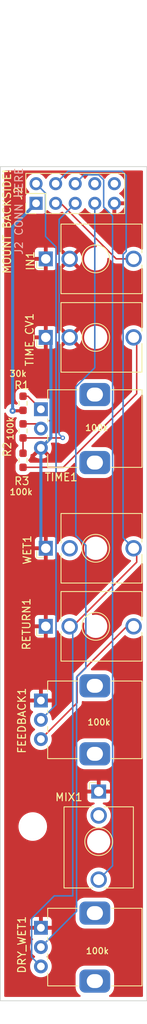
<source format=kicad_pcb>
(kicad_pcb (version 20240108) (generator "pcbnew") (generator_version "8.0")
  (layers (0 "F.Cu" signal) (31 "B.Cu" signal) (34 "B.Paste" user) (35 "F.Paste" user) (36 "B.SilkS" user "B.Silkscreen") (37 "F.SilkS" user "F.Silkscreen") (38 "B.Mask" user) (39 "F.Mask" user) (44 "Edge.Cuts" user))
  (net 0 "")
  (net 1 "/SCALED_WET")
  (net 2 "/TIME")
  (net 3 "-12V")
  (net 4 "/UNBUFFERED_RETURN")
  (net 5 "/BUFFERED_WET")
  (net 6 "/MIX")
  (net 7 "/IN")
  (net 8 "GND")
  (net 12 "Net-(FEEDBACK1-Pad3)")
  (net 13 "+5V")
  (net 14 "Net-(R2-Pad1)")
  (net 15 "Net-(R1-Pad2)")
  (net 16 "Net-(R3-Pad2)")
  (footprint "MountingHole:MountingHole_3.2mm_M3" (layer "F.Cu") (at 122.7125 129)
    (property "Reference" "REF**" (hide yes))
    (property "Value" "MountingHole_3.2mm_M3" (hide yes))
    (pad "" np_thru_hole circle (at 0 0) (size 3.2 3.2) (drill 3.2) (layers "*.Cu" "*.Mask"))
  )
  (footprint "Resistor_SMD:R_0603_1608Metric_Pad0.98x0.95mm_HandSolder" (layer "F.Cu") (at 121.45 81.6025 -90)
    (property "Reference" "R3" (at 2.6975 0.15 180) (layer "F.SilkS"))
    (property "Value" "100k" (at 4.0975 0.25 180) (layer "F.SilkS") (effects (font (size 0.8 0.8))))
    (fp_line (start -0.254724 0.5225) (end 0.254724 0.5225) (stroke (width 0.12)) (layer "F.SilkS"))
    (fp_line (start -0.254724 -0.5225) (end 0.254724 -0.5225) (stroke (width 0.12)) (layer "F.SilkS"))
    (pad "1" smd roundrect (at -0.9125 0 270) (size 0.975 0.95) (layers "F.Cu" "F.Paste" "F.Mask") (net 2 "/TIME"))
    (pad "2" smd roundrect (at 0.9125 0 270) (size 0.975 0.95) (layers "F.Cu" "F.Paste" "F.Mask") (net 16 "Net-(R3-Pad2)"))
  )
  (footprint "Resistor_SMD:R_0603_1608Metric_Pad0.98x0.95mm_HandSolder" (layer "F.Cu") (at 121.45 77.8025 -90)
    (property "Reference" "R2" (at 2.3975 2.05 90) (layer "F.SilkS"))
    (property "Value" "100k" (at -0.3025 1.65 90) (layer "F.SilkS") (effects (font (size 0.8 0.8))))
    (fp_line (start -0.254724 0.5225) (end 0.254724 0.5225) (stroke (width 0.12)) (layer "F.SilkS"))
    (fp_line (start -0.254724 -0.5225) (end 0.254724 -0.5225) (stroke (width 0.12)) (layer "F.SilkS"))
    (pad "1" smd roundrect (at -0.9125 0 270) (size 0.975 0.95) (layers "F.Cu" "F.Paste" "F.Mask") (net 14 "Net-(R2-Pad1)"))
    (pad "2" smd roundrect (at 0.9125 0 270) (size 0.975 0.95) (layers "F.Cu" "F.Paste" "F.Mask") (net 2 "/TIME"))
  )
  (footprint "Potentiometer_THT:Potentiometer_Alps_RK09K_Single_Vertical" (layer "F.Cu") (at 123.77 75)
    (property "Reference" "TIME1" (at 2.63 8.8 0) (layer "F.SilkS"))
    (property "Value" "100k" (at 7.23 2.4 0) (layer "F.SilkS") (effects (font (size 0.8 0.8))))
    (fp_line (start 0.88 -2.521) (end 0.88 -1.2) (stroke (width 0.12)) (layer "F.SilkS"))
    (fp_line (start 0.88 -2.521) (end 4.817 -2.521) (stroke (width 0.12)) (layer "F.SilkS"))
    (fp_line (start 0.88 1.25) (end 0.88 1.63) (stroke (width 0.12)) (layer "F.SilkS"))
    (fp_line (start 0.88 3.371) (end 0.88 4.13) (stroke (width 0.12)) (layer "F.SilkS"))
    (fp_line (start 0.88 5.87) (end 0.88 7.52) (stroke (width 0.12)) (layer "F.SilkS"))
    (fp_line (start 0.88 7.52) (end 4.817 7.52) (stroke (width 0.12)) (layer "F.SilkS"))
    (fp_line (start 9.184 -2.521) (end 13.12 -2.521) (stroke (width 0.12)) (layer "F.SilkS"))
    (fp_line (start 9.184 7.52) (end 13.12 7.52) (stroke (width 0.12)) (layer "F.SilkS"))
    (fp_line (start 13.12 -2.521) (end 13.12 7.52) (stroke (width 0.12)) (layer "F.SilkS"))
    (pad "1" thru_hole rect (at 0 0) (size 1.8 1.8) (drill 1) (layers "*.Cu" "*.Mask") (net 15 "Net-(R1-Pad2)"))
    (pad "2" thru_hole circle (at 0 2.5) (size 1.8 1.8) (drill 1) (layers "*.Cu" "*.Mask") (net 14 "Net-(R2-Pad1)"))
    (pad "3" thru_hole circle (at 0 5) (size 1.8 1.8) (drill 1) (layers "*.Cu" "*.Mask") (net 8 "GND"))
    (pad "MP" thru_hole roundrect (at 7 -1.9) (size 4 3) (drill oval 2.1 1.8) (layers "*.Cu" "*.Mask"))
    (pad "MP" thru_hole roundrect (at 7 6.9) (size 4 3) (drill oval 2.1 1.8) (layers "*.Cu" "*.Mask"))
  )
  (footprint "Connector_Audio:Jack_3.5mm_QingPu_WQP-PJ398SM_Vertical_CircularHoles" (layer "F.Cu") (at 124.4 55.54 90)
    (property "Reference" "IN1" (at -0.26 -2 90) (layer "F.SilkS"))
    (property "Value" "AudioJack2_SwitchT")
    (fp_line (start -1.23 -1.17) (end -0.37 -1.17) (stroke (width 0.12)) (layer "F.SilkS"))
    (fp_line (start -1.23 -1.17) (end -1.23 -0.37) (stroke (width 0.12)) (layer "F.SilkS"))
    (fp_line (start 4.5 1.98) (end 0.72 1.98) (stroke (width 0.12)) (layer "F.SilkS"))
    (fp_line (start 4.5 1.98) (end 4.5 12.48) (stroke (width 0.12)) (layer "F.SilkS"))
    (fp_line (start -0.72 1.98) (end -4.5 1.98) (stroke (width 0.12)) (layer "F.SilkS"))
    (fp_line (start -4.5 1.98) (end -4.5 12.48) (stroke (width 0.12)) (layer "F.SilkS"))
    (fp_line (start 4.5 12.48) (end 0.8 12.48) (stroke (width 0.12)) (layer "F.SilkS"))
    (fp_line (start -0.8 12.48) (end -4.5 12.48) (stroke (width 0.12)) (layer "F.SilkS"))
    (fp_circle (center 0 6.48) (end 1.8 6.48) (stroke (width 0.12)) (fill none) (layer "F.SilkS"))
    (pad "S" thru_hole rect (at 0 0 270) (size 1.93 1.83) (drill 1.22) (layers "*.Cu" "*.Mask") (net 8 "GND"))
    (pad "T" thru_hole circle (at 0 11.4 270) (size 2.13 2.13) (drill 1.43) (layers "*.Cu" "*.Mask") (net 7 "/IN"))
    (pad "TN" thru_hole circle (at 0 3.1 270) (size 2.13 2.13) (drill 1.42) (layers "*.Cu" "*.Mask") (net 8 "GND"))
    (zone (net 0) (net_name "") (layer "F.Cu") (connect_pads (clearance 0)) (min_thickness 0.254)
      (keepout (tracks not_allowed) (vias not_allowed) (pads not_allowed) (copperpour not_allowed) (footprints not_allowed))
      (fill (thermal_gap 0.508) (thermal_bridge_width 0.508))
      (polygon (pts (xy 130.88 54.034859) (xy 130.634171 54.05507) (xy 130.394945 54.115159) (xy 130.168744 54.213514) (xy 129.961645 54.347492) (xy 129.77921 54.513496) (xy 129.626336 54.707068) (xy 129.507131 54.923008) (xy 129.424794 55.155518) (xy 129.381539 55.398354) (xy 129.378525 55.644993) (xy 129.415835 55.888813) (xy 129.492466 56.123266) (xy 129.60636 56.342054) (xy 129.754458 56.539303) (xy 129.932784 56.709714) (xy 130.136548 56.848712) (xy 130.360278 56.952564) (xy 130.597965 57.018481) (xy 130.843226 57.044692) (xy 131.089475 57.030493) (xy 131.330099 56.976266) (xy 131.558634 56.883468) (xy 131.768945 56.754589) (xy 131.955382 56.593092) (xy 132.112939 56.403313) (xy 132.237385 56.19035) (xy 132.325377 55.959921) (xy 132.374553 55.718215) (xy 132.383592 55.471722) (xy 132.35225 55.227064) (xy 132.28137 54.990809) (xy 132.172856 54.769303) (xy 132.029621 54.568495) (xy 131.855512 54.393777) (xy 131.655205 54.249842) (xy 131.434079 54.140555) (xy 131.198074 54.068851) (xy 130.953526 54.036656)))
    )
  )
  (footprint "Connector_Audio:Jack_3.5mm_QingPu_WQP-PJ398SM_Vertical_CircularHoles" (layer "F.Cu") (at 124.4 103.09 90)
    (property "Reference" "RETURN1" (at 0.29 -2.5 90) (layer "F.SilkS"))
    (property "Value" "AudioJack2_SwitchT")
    (fp_line (start -1.23 -1.17) (end -0.37 -1.17) (stroke (width 0.12)) (layer "F.SilkS"))
    (fp_line (start -1.23 -1.17) (end -1.23 -0.37) (stroke (width 0.12)) (layer "F.SilkS"))
    (fp_line (start 4.5 1.98) (end 0.72 1.98) (stroke (width 0.12)) (layer "F.SilkS"))
    (fp_line (start 4.5 1.98) (end 4.5 12.48) (stroke (width 0.12)) (layer "F.SilkS"))
    (fp_line (start -0.72 1.98) (end -4.5 1.98) (stroke (width 0.12)) (layer "F.SilkS"))
    (fp_line (start -4.5 1.98) (end -4.5 12.48) (stroke (width 0.12)) (layer "F.SilkS"))
    (fp_line (start 4.5 12.48) (end 0.8 12.48) (stroke (width 0.12)) (layer "F.SilkS"))
    (fp_line (start -0.8 12.48) (end -4.5 12.48) (stroke (width 0.12)) (layer "F.SilkS"))
    (fp_circle (center 0 6.48) (end 1.8 6.48) (stroke (width 0.12)) (fill none) (layer "F.SilkS"))
    (pad "S" thru_hole rect (at 0 0 270) (size 1.93 1.83) (drill 1.22) (layers "*.Cu" "*.Mask") (net 8 "GND"))
    (pad "T" thru_hole circle (at 0 11.4 270) (size 2.13 2.13) (drill 1.43) (layers "*.Cu" "*.Mask") (net 12 "Net-(FEEDBACK1-Pad3)"))
    (pad "TN" thru_hole circle (at 0 3.1 270) (size 2.13 2.13) (drill 1.42) (layers "*.Cu" "*.Mask") (net 5 "/BUFFERED_WET"))
    (zone (net 0) (net_name "") (layer "F.Cu") (connect_pads (clearance 0)) (min_thickness 0.254)
      (keepout (tracks not_allowed) (vias not_allowed) (pads not_allowed) (copperpour not_allowed) (footprints not_allowed))
      (fill (thermal_gap 0.508) (thermal_bridge_width 0.508))
      (polygon (pts (xy 130.88 101.584859) (xy 130.634171 101.60507) (xy 130.394945 101.665159) (xy 130.168744 101.763514) (xy 129.961645 101.897492) (xy 129.77921 102.063496) (xy 129.626336 102.257068) (xy 129.507131 102.473008) (xy 129.424794 102.705518) (xy 129.381539 102.948354) (xy 129.378525 103.194993) (xy 129.415835 103.438813) (xy 129.492466 103.673266) (xy 129.60636 103.892054) (xy 129.754458 104.089303) (xy 129.932784 104.259714) (xy 130.136548 104.398712) (xy 130.360278 104.502564) (xy 130.597965 104.568481) (xy 130.843226 104.594692) (xy 131.089475 104.580493) (xy 131.330099 104.526266) (xy 131.558634 104.433468) (xy 131.768945 104.304589) (xy 131.955382 104.143092) (xy 132.112939 103.953313) (xy 132.237385 103.74035) (xy 132.325377 103.509921) (xy 132.374553 103.268215) (xy 132.383592 103.021722) (xy 132.35225 102.777064) (xy 132.28137 102.540809) (xy 132.172856 102.319303) (xy 132.029621 102.118495) (xy 131.855512 101.943777) (xy 131.655205 101.799842) (xy 131.434079 101.690555) (xy 131.198074 101.618851) (xy 130.953526 101.586656)))
    )
  )
  (footprint "Connector_Audio:Jack_3.5mm_QingPu_WQP-PJ398SM_Vertical_CircularHoles" (layer "F.Cu") (at 131.27 124.47)
    (property "Reference" "MIX1" (at -3.87 0.73 180) (layer "F.SilkS"))
    (property "Value" "AudioJack2_SwitchT" (hide yes))
    (fp_line (start -4.5 1.98) (end -4.5 12.48) (stroke (width 0.12)) (layer "F.SilkS"))
    (fp_line (start -1.23 -1.17) (end -1.23 -0.37) (stroke (width 0.12)) (layer "F.SilkS"))
    (fp_line (start -1.23 -1.17) (end -0.37 -1.17) (stroke (width 0.12)) (layer "F.SilkS"))
    (fp_line (start -0.8 12.48) (end -4.5 12.48) (stroke (width 0.12)) (layer "F.SilkS"))
    (fp_line (start -0.72 1.98) (end -4.5 1.98) (stroke (width 0.12)) (layer "F.SilkS"))
    (fp_line (start 4.5 1.98) (end 0.72 1.98) (stroke (width 0.12)) (layer "F.SilkS"))
    (fp_line (start 4.5 1.98) (end 4.5 12.48) (stroke (width 0.12)) (layer "F.SilkS"))
    (fp_line (start 4.5 12.48) (end 0.8 12.48) (stroke (width 0.12)) (layer "F.SilkS"))
    (fp_circle (center 0 6.48) (end 1.8 6.48) (stroke (width 0.12)) (fill none) (layer "F.SilkS"))
    (pad "S" thru_hole rect (at 0 0 180) (size 1.93 1.83) (drill 1.22) (layers "*.Cu" "*.Mask") (net 8 "GND"))
    (pad "T" thru_hole circle (at 0 11.4 180) (size 2.13 2.13) (drill 1.43) (layers "*.Cu" "*.Mask") (net 6 "/MIX"))
    (pad "TN" thru_hole circle (at 0 3.1 180) (size 2.13 2.13) (drill 1.42) (layers "*.Cu" "*.Mask"))
    (zone (net 0) (net_name "") (layer "F.Cu") (connect_pads (clearance 0)) (min_thickness 0.254)
      (keepout (tracks not_allowed) (vias not_allowed) (pads not_allowed) (copperpour not_allowed) (footprints not_allowed))
      (fill (thermal_gap 0.508) (thermal_bridge_width 0.508))
      (polygon (pts (xy 132.775141 130.95) (xy 132.75493 130.704171) (xy 132.694841 130.464945) (xy 132.596486 130.238744) (xy 132.462508 130.031645) (xy 132.296504 129.84921) (xy 132.102932 129.696336) (xy 131.886992 129.577131) (xy 131.654482 129.494794) (xy 131.411646 129.451539) (xy 131.165007 129.448525) (xy 130.921187 129.485835) (xy 130.686734 129.562466) (xy 130.467946 129.67636) (xy 130.270697 129.824458) (xy 130.100286 130.002784) (xy 129.961288 130.206548) (xy 129.857436 130.430278) (xy 129.791519 130.667965) (xy 129.765308 130.913226) (xy 129.779507 131.159475) (xy 129.833734 131.400099) (xy 129.926532 131.628634) (xy 130.055411 131.838945) (xy 130.216908 132.025382) (xy 130.406687 132.182939) (xy 130.61965 132.307385) (xy 130.850079 132.395377) (xy 131.091785 132.444553) (xy 131.338278 132.453592) (xy 131.582936 132.42225) (xy 131.819191 132.35137) (xy 132.040697 132.242856) (xy 132.241505 132.099621) (xy 132.416223 131.925512) (xy 132.560158 131.725205) (xy 132.669445 131.504079) (xy 132.741149 131.268074) (xy 132.773344 131.023526)))
    )
  )
  (footprint "Connector_PinHeader_2.54mm:PinHeader_2x05_P2.54mm_Vertical" (layer "F.Cu") (at 123.1425 48.35 90)
    (property "Reference" "J2" (at 1.27 -2.33 90) (layer "F.SilkS"))
    (property "Value" "Conn_02x05_Odd_Even")
    (fp_line (start 3.87 -1.33) (end 3.87 11.49) (stroke (width 0.12)) (layer "F.SilkS"))
    (fp_line (start 1.27 -1.33) (end 3.87 -1.33) (stroke (width 0.12)) (layer "F.SilkS"))
    (fp_line (start -1.33 -1.33) (end 0 -1.33) (stroke (width 0.12)) (layer "F.SilkS"))
    (fp_line (start -1.33 0) (end -1.33 -1.33) (stroke (width 0.12)) (layer "F.SilkS"))
    (fp_line (start 1.27 1.27) (end 1.27 -1.33) (stroke (width 0.12)) (layer "F.SilkS"))
    (fp_line (start -1.33 1.27) (end 1.27 1.27) (stroke (width 0.12)) (layer "F.SilkS"))
    (fp_line (start -1.33 1.27) (end -1.33 11.49) (stroke (width 0.12)) (layer "F.SilkS"))
    (fp_line (start -1.33 11.49) (end 3.87 11.49) (stroke (width 0.12)) (layer "F.SilkS"))
    (pad "1" thru_hole rect (at 0 0 90) (size 1.7 1.7) (drill 1) (layers "*.Cu" "*.Mask") (net 13 "+5V"))
    (pad "2" thru_hole oval (at 2.54 0 90) (size 1.7 1.7) (drill 1) (layers "*.Cu" "*.Mask") (net 4 "/UNBUFFERED_RETURN"))
    (pad "3" thru_hole oval (at 0 2.54 90) (size 1.7 1.7) (drill 1) (layers "*.Cu" "*.Mask") (net 7 "/IN"))
    (pad "4" thru_hole oval (at 2.54 2.54 90) (size 1.7 1.7) (drill 1) (layers "*.Cu" "*.Mask") (net 5 "/BUFFERED_WET"))
    (pad "5" thru_hole oval (at 0 5.08 90) (size 1.7 1.7) (drill 1) (layers "*.Cu" "*.Mask") (net 2 "/TIME"))
    (pad "6" thru_hole oval (at 2.54 5.08 90) (size 1.7 1.7) (drill 1) (layers "*.Cu" "*.Mask") (net 6 "/MIX"))
    (pad "7" thru_hole oval (at 0 7.62 90) (size 1.7 1.7) (drill 1) (layers "*.Cu" "*.Mask") (net 1 "/SCALED_WET"))
    (pad "8" thru_hole oval (at 2.54 7.62 90) (size 1.7 1.7) (drill 1) (layers "*.Cu" "*.Mask"))
    (pad "9" thru_hole oval (at 0 10.16 90) (size 1.7 1.7) (drill 1) (layers "*.Cu" "*.Mask") (net 8 "GND"))
    (pad "10" thru_hole oval (at 2.54 10.16 90) (size 1.7 1.7) (drill 1) (layers "*.Cu" "*.Mask") (net 3 "-12V"))
  )
  (footprint "Resistor_SMD:R_0603_1608Metric_Pad0.98x0.95mm_HandSolder" (layer "F.Cu") (at 121.45 74.2275 90)
    (property "Reference" "R1" (at 2.3275 -0.15 180) (layer "F.SilkS"))
    (property "Value" "30k" (at 3.8275 -0.65 180) (layer "F.SilkS") (effects (font (size 0.8 0.8))))
    (fp_line (start -0.254724 -0.5225) (end 0.254724 -0.5225) (stroke (width 0.12)) (layer "F.SilkS"))
    (fp_line (start -0.254724 0.5225) (end 0.254724 0.5225) (stroke (width 0.12)) (layer "F.SilkS"))
    (pad "1" smd roundrect (at -0.9125 0 90) (size 0.975 0.95) (layers "F.Cu" "F.Paste" "F.Mask") (net 13 "+5V"))
    (pad "2" smd roundrect (at 0.9125 0 90) (size 0.975 0.95) (layers "F.Cu" "F.Paste" "F.Mask") (net 15 "Net-(R1-Pad2)"))
  )
  (footprint "Connector_Audio:Jack_3.5mm_QingPu_WQP-PJ398SM_Vertical_CircularHoles" (layer "F.Cu") (at 124.4 92.99 90)
    (property "Reference" "WET1" (at -0.21 -2.4 90) (layer "F.SilkS"))
    (property "Value" "AudioJack2_SwitchT")
    (fp_line (start -1.23 -1.17) (end -0.37 -1.17) (stroke (width 0.12)) (layer "F.SilkS"))
    (fp_line (start -1.23 -1.17) (end -1.23 -0.37) (stroke (width 0.12)) (layer "F.SilkS"))
    (fp_line (start 4.5 1.98) (end 0.72 1.98) (stroke (width 0.12)) (layer "F.SilkS"))
    (fp_line (start 4.5 1.98) (end 4.5 12.48) (stroke (width 0.12)) (layer "F.SilkS"))
    (fp_line (start -0.72 1.98) (end -4.5 1.98) (stroke (width 0.12)) (layer "F.SilkS"))
    (fp_line (start -4.5 1.98) (end -4.5 12.48) (stroke (width 0.12)) (layer "F.SilkS"))
    (fp_line (start 4.5 12.48) (end 0.8 12.48) (stroke (width 0.12)) (layer "F.SilkS"))
    (fp_line (start -0.8 12.48) (end -4.5 12.48) (stroke (width 0.12)) (layer "F.SilkS"))
    (fp_circle (center 0 6.48) (end 1.8 6.48) (stroke (width 0.12)) (fill none) (layer "F.SilkS"))
    (pad "S" thru_hole rect (at 0 0 270) (size 1.93 1.83) (drill 1.22) (layers "*.Cu" "*.Mask") (net 8 "GND"))
    (pad "T" thru_hole circle (at 0 11.4 270) (size 2.13 2.13) (drill 1.43) (layers "*.Cu" "*.Mask") (net 5 "/BUFFERED_WET"))
    (pad "TN" thru_hole circle (at 0 3.1 270) (size 2.13 2.13) (drill 1.42) (layers "*.Cu" "*.Mask"))
    (zone (net 0) (net_name "") (layer "F.Cu") (connect_pads (clearance 0)) (min_thickness 0.254)
      (keepout (tracks not_allowed) (vias not_allowed) (pads not_allowed) (copperpour not_allowed) (footprints not_allowed))
      (fill (thermal_gap 0.508) (thermal_bridge_width 0.508))
      (polygon (pts (xy 130.88 91.484859) (xy 130.634171 91.50507) (xy 130.394945 91.565159) (xy 130.168744 91.663514) (xy 129.961645 91.797492) (xy 129.77921 91.963496) (xy 129.626336 92.157068) (xy 129.507131 92.373008) (xy 129.424794 92.605518) (xy 129.381539 92.848354) (xy 129.378525 93.094993) (xy 129.415835 93.338813) (xy 129.492466 93.573266) (xy 129.60636 93.792054) (xy 129.754458 93.989303) (xy 129.932784 94.159714) (xy 130.136548 94.298712) (xy 130.360278 94.402564) (xy 130.597965 94.468481) (xy 130.843226 94.494692) (xy 131.089475 94.480493) (xy 131.330099 94.426266) (xy 131.558634 94.333468) (xy 131.768945 94.204589) (xy 131.955382 94.043092) (xy 132.112939 93.853313) (xy 132.237385 93.64035) (xy 132.325377 93.409921) (xy 132.374553 93.168215) (xy 132.383592 92.921722) (xy 132.35225 92.677064) (xy 132.28137 92.440809) (xy 132.172856 92.219303) (xy 132.029621 92.018495) (xy 131.855512 91.843777) (xy 131.655205 91.699842) (xy 131.434079 91.590555) (xy 131.198074 91.518851) (xy 130.953526 91.486656)))
    )
  )
  (footprint "Potentiometer_THT:Potentiometer_Alps_RK09K_Single_Vertical" (layer "F.Cu") (at 123.77 142.1)
    (property "Reference" "DRY_WET1" (at -2.47 2.2 90) (layer "F.SilkS"))
    (property "Value" "100k" (at 7.33 3 0) (layer "F.SilkS") (effects (font (size 0.8 0.8))))
    (fp_line (start 0.88 -2.521) (end 0.88 -1.2) (stroke (width 0.12)) (layer "F.SilkS"))
    (fp_line (start 0.88 -2.521) (end 4.817 -2.521) (stroke (width 0.12)) (layer "F.SilkS"))
    (fp_line (start 0.88 1.25) (end 0.88 1.63) (stroke (width 0.12)) (layer "F.SilkS"))
    (fp_line (start 0.88 3.371) (end 0.88 4.13) (stroke (width 0.12)) (layer "F.SilkS"))
    (fp_line (start 0.88 5.87) (end 0.88 7.52) (stroke (width 0.12)) (layer "F.SilkS"))
    (fp_line (start 0.88 7.52) (end 4.817 7.52) (stroke (width 0.12)) (layer "F.SilkS"))
    (fp_line (start 9.184 -2.521) (end 13.12 -2.521) (stroke (width 0.12)) (layer "F.SilkS"))
    (fp_line (start 9.184 7.52) (end 13.12 7.52) (stroke (width 0.12)) (layer "F.SilkS"))
    (fp_line (start 13.12 -2.521) (end 13.12 7.52) (stroke (width 0.12)) (layer "F.SilkS"))
    (pad "1" thru_hole rect (at 0 0) (size 1.8 1.8) (drill 1) (layers "*.Cu" "*.Mask") (net 8 "GND"))
    (pad "2" thru_hole circle (at 0 2.5) (size 1.8 1.8) (drill 1) (layers "*.Cu" "*.Mask") (net 1 "/SCALED_WET"))
    (pad "3" thru_hole circle (at 0 5) (size 1.8 1.8) (drill 1) (layers "*.Cu" "*.Mask") (net 5 "/BUFFERED_WET"))
    (pad "MP" thru_hole roundrect (at 7 -1.9) (size 4 3) (drill oval 2.1 1.8) (layers "*.Cu" "*.Mask"))
    (pad "MP" thru_hole roundrect (at 7 6.9) (size 4 3) (drill oval 2.1 1.8) (layers "*.Cu" "*.Mask"))
  )
  (footprint "Potentiometer_THT:Potentiometer_Alps_RK09K_Single_Vertical" (layer "F.Cu") (at 123.77 112.69)
    (property "Reference" "FEEDBACK1" (at -2.47 2.61 90) (layer "F.SilkS"))
    (property "Value" "100k" (at 7.53 2.81 0) (layer "F.SilkS") (effects (font (size 0.8 0.8))))
    (fp_line (start 0.88 -2.521) (end 0.88 -1.2) (stroke (width 0.12)) (layer "F.SilkS"))
    (fp_line (start 0.88 -2.521) (end 4.817 -2.521) (stroke (width 0.12)) (layer "F.SilkS"))
    (fp_line (start 0.88 1.25) (end 0.88 1.63) (stroke (width 0.12)) (layer "F.SilkS"))
    (fp_line (start 0.88 3.371) (end 0.88 4.13) (stroke (width 0.12)) (layer "F.SilkS"))
    (fp_line (start 0.88 5.87) (end 0.88 7.52) (stroke (width 0.12)) (layer "F.SilkS"))
    (fp_line (start 0.88 7.52) (end 4.817 7.52) (stroke (width 0.12)) (layer "F.SilkS"))
    (fp_line (start 9.184 -2.521) (end 13.12 -2.521) (stroke (width 0.12)) (layer "F.SilkS"))
    (fp_line (start 9.184 7.52) (end 13.12 7.52) (stroke (width 0.12)) (layer "F.SilkS"))
    (fp_line (start 13.12 -2.521) (end 13.12 7.52) (stroke (width 0.12)) (layer "F.SilkS"))
    (pad "1" thru_hole rect (at 0 0) (size 1.8 1.8) (drill 1) (layers "*.Cu" "*.Mask") (net 8 "GND"))
    (pad "2" thru_hole circle (at 0 2.5) (size 1.8 1.8) (drill 1) (layers "*.Cu" "*.Mask") (net 4 "/UNBUFFERED_RETURN"))
    (pad "3" thru_hole circle (at 0 5) (size 1.8 1.8) (drill 1) (layers "*.Cu" "*.Mask") (net 12 "Net-(FEEDBACK1-Pad3)"))
    (pad "MP" thru_hole roundrect (at 7 -1.9) (size 4 3) (drill oval 2.1 1.8) (layers "*.Cu" "*.Mask"))
    (pad "MP" thru_hole roundrect (at 7 6.9) (size 4 3) (drill oval 2.1 1.8) (layers "*.Cu" "*.Mask"))
  )
  (footprint "Connector_Audio:Jack_3.5mm_QingPu_WQP-PJ398SM_Vertical_CircularHoles" (layer "F.Cu") (at 124.4 65.7 90)
    (property "Reference" "TIME_CV1" (at -0.3 -2.1 90) (layer "F.SilkS"))
    (property "Value" "AudioJack2_SwitchT")
    (fp_line (start -1.23 -1.17) (end -0.37 -1.17) (stroke (width 0.12)) (layer "F.SilkS"))
    (fp_line (start -1.23 -1.17) (end -1.23 -0.37) (stroke (width 0.12)) (layer "F.SilkS"))
    (fp_line (start 4.5 1.98) (end 0.72 1.98) (stroke (width 0.12)) (layer "F.SilkS"))
    (fp_line (start 4.5 1.98) (end 4.5 12.48) (stroke (width 0.12)) (layer "F.SilkS"))
    (fp_line (start -0.72 1.98) (end -4.5 1.98) (stroke (width 0.12)) (layer "F.SilkS"))
    (fp_line (start -4.5 1.98) (end -4.5 12.48) (stroke (width 0.12)) (layer "F.SilkS"))
    (fp_line (start 4.5 12.48) (end 0.8 12.48) (stroke (width 0.12)) (layer "F.SilkS"))
    (fp_line (start -0.8 12.48) (end -4.5 12.48) (stroke (width 0.12)) (layer "F.SilkS"))
    (fp_circle (center 0 6.48) (end 1.8 6.48) (stroke (width 0.12)) (fill none) (layer "F.SilkS"))
    (pad "S" thru_hole rect (at 0 0 270) (size 1.93 1.83) (drill 1.22) (layers "*.Cu" "*.Mask") (net 8 "GND"))
    (pad "T" thru_hole circle (at 0 11.4 270) (size 2.13 2.13) (drill 1.43) (layers "*.Cu" "*.Mask") (net 16 "Net-(R3-Pad2)"))
    (pad "TN" thru_hole circle (at 0 3.1 270) (size 2.13 2.13) (drill 1.42) (layers "*.Cu" "*.Mask") (net 8 "GND"))
    (zone (net 0) (net_name "") (layer "F.Cu") (connect_pads (clearance 0)) (min_thickness 0.254)
      (keepout (tracks not_allowed) (vias not_allowed) (pads not_allowed) (copperpour not_allowed) (footprints not_allowed))
      (fill (thermal_gap 0.508) (thermal_bridge_width 0.508))
      (polygon (pts (xy 130.88 64.194859) (xy 130.634171 64.21507) (xy 130.394945 64.275159) (xy 130.168744 64.373514) (xy 129.961645 64.507492) (xy 129.77921 64.673496) (xy 129.626336 64.867068) (xy 129.507131 65.083008) (xy 129.424794 65.315518) (xy 129.381539 65.558354) (xy 129.378525 65.804993) (xy 129.415835 66.048813) (xy 129.492466 66.283266) (xy 129.60636 66.502054) (xy 129.754458 66.699303) (xy 129.932784 66.869714) (xy 130.136548 67.008712) (xy 130.360278 67.112564) (xy 130.597965 67.178481) (xy 130.843226 67.204692) (xy 131.089475 67.190493) (xy 131.330099 67.136266) (xy 131.558634 67.043468) (xy 131.768945 66.914589) (xy 131.955382 66.753092) (xy 132.112939 66.563313) (xy 132.237385 66.35035) (xy 132.325377 66.119921) (xy 132.374553 65.878215) (xy 132.383592 65.631722) (xy 132.35225 65.387064) (xy 132.28137 65.150809) (xy 132.172856 64.929303) (xy 132.029621 64.728495) (xy 131.855512 64.553777) (xy 131.655205 64.409842) (xy 131.434079 64.300555) (xy 131.198074 64.228851) (xy 130.953526 64.196656)))
    )
  )
  (gr_rect (start 118.5125 43.6) (end 137.5125 151.55) (stroke (width 0.1)) (fill none) (layer "Edge.Cuts"))
  (gr_text "J2 CONN HERE" (at 121.5 55.1 90) (layer "B.SilkS") (effects (font (size 1 1)) (justify left bottom)))
  (gr_text "MOUNT BACKSIDE!" (at 119.96 57.56 90) (layer "F.SilkS") (effects (font (size 1 1)) (justify left bottom)))
  (segment (start 128.3 91.3) (end 129.6 92.6) (width 0.2) (layer "B.Cu") (net 1))
  (segment (start 129.6 92.6) (end 129.6 108.475074) (width 0.2) (layer "B.Cu") (net 1))
  (segment (start 128.4 109.675074) (end 128.4 139.97) (width 0.2) (layer "B.Cu") (net 1))
  (segment (start 130.7625 69.622574) (end 128.3 72.085074) (width 0.2) (layer "B.Cu") (net 1))
  (segment (start 128.4 139.97) (end 123.77 144.6) (width 0.2) (layer "B.Cu") (net 1))
  (segment (start 128.3 72.085074) (end 128.3 91.3) (width 0.2) (layer "B.Cu") (net 1))
  (segment (start 130.7625 48.35) (end 130.7625 69.622574) (width 0.2) (layer "B.Cu") (net 1))
  (segment (start 129.6 108.475074) (end 128.4 109.675074) (width 0.2) (layer "B.Cu") (net 1))
  (segment (start 126.585 78.715) (end 121.45 78.715) (width 0.2) (layer "F.Cu") (net 2))
  (segment (start 121.45 78.715) (end 121.45 80.69) (width 0.2) (layer "F.Cu") (net 2))
  (segment (start 126.6 78.7) (end 126.585 78.715) (width 0.2) (layer "F.Cu") (net 2))
  (via (at 126.6 78.7) (size 0.6) (drill 0.3) (layers "F.Cu" "B.Cu") (net 2))
  (segment (start 126.135 78.235) (end 126.6 78.7) (width 0.2) (layer "B.Cu") (net 2))
  (segment (start 128.2225 48.35) (end 126.135 50.4375) (width 0.2) (layer "B.Cu") (net 2))
  (segment (start 126.135 50.4375) (end 126.135 78.235) (width 0.2) (layer "B.Cu") (net 2))
  (segment (start 123.1425 45.81) (end 124.375 47.0425) (width 0.2) (layer "B.Cu") (net 4))
  (segment (start 124.375 52.635) (end 125.735 53.995) (width 0.2) (layer "B.Cu") (net 4))
  (segment (start 125.735 113.225) (end 123.77 115.19) (width 0.2) (layer "B.Cu") (net 4))
  (segment (start 124.375 47.0425) (end 124.375 52.635) (width 0.2) (layer "B.Cu") (net 4))
  (segment (start 125.735 53.995) (end 125.735 113.225) (width 0.2) (layer "B.Cu") (net 4))
  (segment (start 136.2 94.79) (end 136.2 92.99) (width 0.2) (layer "F.Cu") (net 5))
  (segment (start 127.9 103.09) (end 136.2 94.79) (width 0.2) (layer "F.Cu") (net 5))
  (segment (start 134.835 44.735) (end 134.835 54.574598) (width 0.2) (layer "B.Cu") (net 5))
  (segment (start 134.835 44.735) (end 134.3 44.2) (width 0.2) (layer "B.Cu") (net 5))
  (segment (start 134.435 91.625) (end 135.8 92.99) (width 0.2) (layer "B.Cu") (net 5))
  (segment (start 134.835 54.574598) (end 134.435 54.974598) (width 0.2) (layer "B.Cu") (net 5))
  (segment (start 127.2925 44.2) (end 125.6825 45.81) (width 0.2) (layer "B.Cu") (net 5))
  (segment (start 122.57 140.9) (end 122.57 145.9) (width 0.2) (layer "B.Cu") (net 5))
  (segment (start 134.435 54.974598) (end 134.435 91.625) (width 0.2) (layer "B.Cu") (net 5))
  (segment (start 125.5 137.97) (end 122.57 140.9) (width 0.2) (layer "B.Cu") (net 5))
  (segment (start 122.57 145.9) (end 123.77 147.1) (width 0.2) (layer "B.Cu") (net 5))
  (segment (start 134.3 44.2) (end 127.2925 44.2) (width 0.2) (layer "B.Cu") (net 5))
  (segment (start 127.9 137.97) (end 125.5 137.97) (width 0.2) (layer "B.Cu") (net 5))
  (segment (start 127.9 137.97) (end 127.9 103.09) (width 0.2) (layer "B.Cu") (net 5))
  (segment (start 133.07 134.07) (end 133.07 49.983846) (width 0.2) (layer "B.Cu") (net 6))
  (segment (start 131.9125 45.3125) (end 131.26 44.66) (width 0.2) (layer "B.Cu") (net 6))
  (segment (start 129.3725 44.66) (end 128.2225 45.81) (width 0.2) (layer "B.Cu") (net 6))
  (segment (start 131.9125 48.826346) (end 131.9125 45.3125) (width 0.2) (layer "B.Cu") (net 6))
  (segment (start 131.26 44.66) (end 129.3725 44.66) (width 0.2) (layer "B.Cu") (net 6))
  (segment (start 131.27 135.87) (end 133.07 134.07) (width 0.2) (layer "B.Cu") (net 6))
  (segment (start 133.07 49.983846) (end 131.9125 48.826346) (width 0.2) (layer "B.Cu") (net 6))
  (segment (start 133.543156 55.54) (end 136.2 55.54) (width 0.2) (layer "F.Cu") (net 7))
  (segment (start 125.6825 48.35) (end 126.353156 48.35) (width 0.2) (layer "F.Cu") (net 7))
  (segment (start 126.353156 48.35) (end 133.543156 55.54) (width 0.2) (layer "F.Cu") (net 7))
  (segment (start 123.949895 112.69) (end 123.77 112.69) (width 0.2) (layer "F.Cu") (net 8))
  (segment (start 125.07 66.37) (end 124.4 65.7) (width 0.4) (layer "B.Cu") (net 8))
  (segment (start 123.77 92.36) (end 124.4 92.99) (width 0.4) (layer "B.Cu") (net 8))
  (segment (start 123.77 80) (end 123.77 92.36) (width 0.4) (layer "B.Cu") (net 8))
  (segment (start 123.77 80) (end 125.07 78.7) (width 0.4) (layer "B.Cu") (net 8))
  (segment (start 125.07 78.7) (end 125.07 66.37) (width 0.4) (layer "B.Cu") (net 8))
  (segment (start 128.47 112.99) (end 128.47 109.55) (width 0.2) (layer "F.Cu") (net 12))
  (segment (start 134.93 103.09) (end 135.8 103.09) (width 0.2) (layer "F.Cu") (net 12))
  (segment (start 128.47 109.55) (end 134.93 103.09) (width 0.2) (layer "F.Cu") (net 12))
  (segment (start 123.77 117.69) (end 128.47 112.99) (width 0.2) (layer "F.Cu") (net 12))
  (segment (start 120.1 75.2) (end 121.39 75.2) (width 0.4) (layer "F.Cu") (net 13))
  (segment (start 121.39 75.2) (end 121.45 75.14) (width 0.4) (layer "F.Cu") (net 13))
  (via (at 120.1 75.2) (size 0.8) (drill 0.3) (layers "F.Cu" "B.Cu") (net 13))
  (segment (start 120.1 51.3925) (end 123.1425 48.35) (width 0.4) (layer "B.Cu") (net 13))
  (segment (start 120.1 75.2) (end 120.1 51.3925) (width 0.4) (layer "B.Cu") (net 13))
  (segment (start 123.16 76.89) (end 123.77 77.5) (width 0.2) (layer "F.Cu") (net 14))
  (segment (start 121.45 76.89) (end 123.16 76.89) (width 0.2) (layer "F.Cu") (net 14))
  (segment (start 122.085 73.315) (end 123.77 75) (width 0.2) (layer "F.Cu") (net 15))
  (segment (start 121.45 73.315) (end 122.085 73.315) (width 0.2) (layer "F.Cu") (net 15))
  (segment (start 121.45 82.515) (end 126.670074 82.515) (width 0.2) (layer "F.Cu") (net 16))
  (segment (start 126.670074 82.515) (end 136.2 72.985074) (width 0.2) (layer "F.Cu") (net 16))
  (segment (start 136.2 72.985074) (end 136.2 65.7) (width 0.2) (layer "F.Cu") (net 16))
  (zone (net 8) (net_name "GND") (layer "F.Cu") (connect_pads (clearance 0.5)) (min_thickness 0.25) (fill yes (thermal_gap 0.5) (thermal_bridge_width 0.5))
    (polygon (pts (xy 118.5 43.6) (xy 137.5 43.6) (xy 137.5 151.5) (xy 118.5 151.5)))
  )
)
</source>
